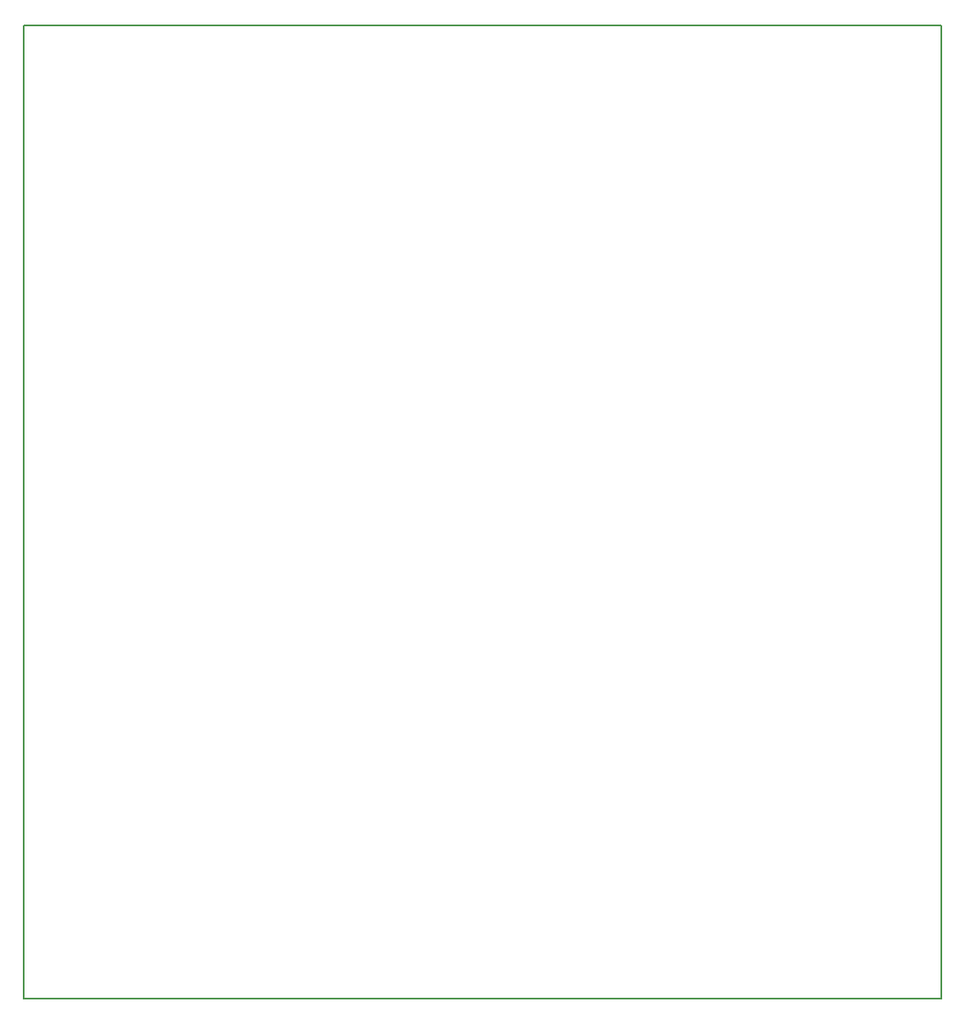
<source format=gbo>
G04 MADE WITH FRITZING*
G04 WWW.FRITZING.ORG*
G04 DOUBLE SIDED*
G04 HOLES PLATED*
G04 CONTOUR ON CENTER OF CONTOUR VECTOR*
%ASAXBY*%
%FSLAX23Y23*%
%MOIN*%
%OFA0B0*%
%SFA1.0B1.0*%
%ADD10R,3.619310X3.838810X3.603310X3.822810*%
%ADD11C,0.008000*%
%LNSILK0*%
G90*
G70*
G54D11*
X4Y3835D02*
X3615Y3835D01*
X3615Y4D01*
X4Y4D01*
X4Y3835D01*
D02*
G04 End of Silk0*
M02*
</source>
